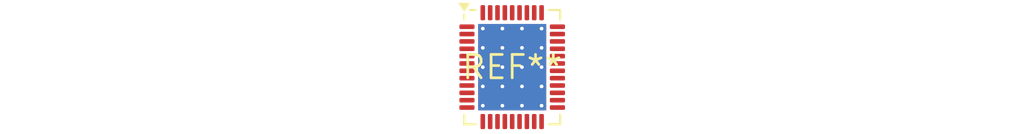
<source format=kicad_pcb>
(kicad_pcb (version 20240108) (generator pcbnew)
  (layers (0 "F.Cu" signal) (31 "B.Cu" signal) (34 "B.Paste" user) (35 "F.Paste" user) (36 "B.SilkS" user "B.Silkscreen") (37 "F.SilkS" user "F.Silkscreen") (38 "B.Mask" user) (39 "F.Mask" user) (44 "Edge.Cuts" user))
  (net 0 "")
  (footprint "QFN-42-1EP_5x6mm_P0.4mm_EP3.7x4.7mm_ThermalVias" (layer "F.Cu") (at 0 0)
    (property "Reference" "REF**")
    (property "Value" "QFN-42-1EP_5x6mm_P0.4mm_EP3.7x4.7mm_ThermalVias")
    (fp_line (start -2.61 -2.585) (end -2.61 -2.87) (layer "F.SilkS") (stroke (width 0.12)))
    (fp_line (start -2.61 3.11) (end -2.61 2.585) (layer "F.SilkS") (stroke (width 0.12)))
    (fp_line (start -1.985 -3.11) (end -2.31 -3.11) (layer "F.SilkS") (stroke (width 0.12)))
    (fp_line (start -1.985 3.11) (end -2.61 3.11) (layer "F.SilkS") (stroke (width 0.12)))
    (fp_line (start 1.985 -3.11) (end 2.61 -3.11) (layer "F.SilkS") (stroke (width 0.12)))
    (fp_line (start 1.985 3.11) (end 2.61 3.11) (layer "F.SilkS") (stroke (width 0.12)))
    (fp_line (start 2.61 -3.11) (end 2.61 -2.585) (layer "F.SilkS") (stroke (width 0.12)))
    (fp_line (start 2.61 3.11) (end 2.61 2.585) (layer "F.SilkS") (stroke (width 0.12)))
    (fp_poly (pts (xy -2.61 -3.11) (xy -2.85 -3.44) (xy -2.37 -3.44) (xy -2.61 -3.11)) (layer "F.SilkS") (stroke (width 0.12)) (fill solid))
    (pad "1" smd roundrect (at -2.4625 -2.2) (size 0.825 0.25) (layers "F.Cu" "F.Paste" "F.Mask"))
    (pad "2" smd roundrect (at -2.4625 -1.8) (size 0.825 0.25) (layers "F.Cu" "F.Paste" "F.Mask"))
    (pad "3" smd roundrect (at -2.4625 -1.4) (size 0.825 0.25) (layers "F.Cu" "F.Paste" "F.Mask"))
    (pad "4" smd roundrect (at -2.4625 -1) (size 0.825 0.25) (layers "F.Cu" "F.Paste" "F.Mask"))
    (pad "5" smd roundrect (at -2.4625 -0.6) (size 0.825 0.25) (layers "F.Cu" "F.Paste" "F.Mask"))
    (pad "6" smd roundrect (at -2.4625 -0.2) (size 0.825 0.25) (layers "F.Cu" "F.Paste" "F.Mask"))
    (pad "7" smd roundrect (at -2.4625 0.2) (size 0.825 0.25) (layers "F.Cu" "F.Paste" "F.Mask"))
    (pad "8" smd roundrect (at -2.4625 0.6) (size 0.825 0.25) (layers "F.Cu" "F.Paste" "F.Mask"))
    (pad "9" smd roundrect (at -2.4625 1) (size 0.825 0.25) (layers "F.Cu" "F.Paste" "F.Mask"))
    (pad "10" smd roundrect (at -2.4625 1.4) (size 0.825 0.25) (layers "F.Cu" "F.Paste" "F.Mask"))
    (pad "11" smd roundrect (at -2.4625 1.8) (size 0.825 0.25) (layers "F.Cu" "F.Paste" "F.Mask"))
    (pad "12" smd roundrect (at -2.4625 2.2) (size 0.825 0.25) (layers "F.Cu" "F.Paste" "F.Mask"))
    (pad "13" smd roundrect (at -1.6 2.9625) (size 0.25 0.825) (layers "F.Cu" "F.Paste" "F.Mask"))
    (pad "14" smd roundrect (at -1.2 2.9625) (size 0.25 0.825) (layers "F.Cu" "F.Paste" "F.Mask"))
    (pad "15" smd roundrect (at -0.8 2.9625) (size 0.25 0.825) (layers "F.Cu" "F.Paste" "F.Mask"))
    (pad "16" smd roundrect (at -0.4 2.9625) (size 0.25 0.825) (layers "F.Cu" "F.Paste" "F.Mask"))
    (pad "17" smd roundrect (at 0 2.9625) (size 0.25 0.825) (layers "F.Cu" "F.Paste" "F.Mask"))
    (pad "18" smd roundrect (at 0.4 2.9625) (size 0.25 0.825) (layers "F.Cu" "F.Paste" "F.Mask"))
    (pad "19" smd roundrect (at 0.8 2.9625) (size 0.25 0.825) (layers "F.Cu" "F.Paste" "F.Mask"))
    (pad "20" smd roundrect (at 1.2 2.9625) (size 0.25 0.825) (layers "F.Cu" "F.Paste" "F.Mask"))
    (pad "21" smd roundrect (at 1.6 2.9625) (size 0.25 0.825) (layers "F.Cu" "F.Paste" "F.Mask"))
    (pad "22" smd roundrect (at 2.4625 2.2) (size 0.825 0.25) (layers "F.Cu" "F.Paste" "F.Mask"))
    (pad "23" smd roundrect (at 2.4625 1.8) (size 0.825 0.25) (layers "F.Cu" "F.Paste" "F.Mask"))
    (pad "24" smd roundrect (at 2.4625 1.4) (size 0.825 0.25) (layers "F.Cu" "F.Paste" "F.Mask"))
    (pad "25" smd roundrect (at 2.4625 1) (size 0.825 0.25) (layers "F.Cu" "F.Paste" "F.Mask"))
    (pad "26" smd roundrect (at 2.4625 0.6) (size 0.825 0.25) (layers "F.Cu" "F.Paste" "F.Mask"))
    (pad "27" smd roundrect (at 2.4625 0.2) (size 0.825 0.25) (layers "F.Cu" "F.Paste" "F.Mask"))
    (pad "28" smd roundrect (at 2.4625 -0.2) (size 0.825 0.25) (layers "F.Cu" "F.Paste" "F.Mask"))
    (pad "29" smd roundrect (at 2.4625 -0.6) (size 0.825 0.25) (layers "F.Cu" "F.Paste" "F.Mask"))
    (pad "30" smd roundrect (at 2.4625 -1) (size 0.825 0.25) (layers "F.Cu" "F.Paste" "F.Mask"))
    (pad "31" smd roundrect (at 2.4625 -1.4) (size 0.825 0.25) (layers "F.Cu" "F.Paste" "F.Mask"))
    (pad "32" smd roundrect (at 2.4625 -1.8) (size 0.825 0.25) (layers "F.Cu" "F.Paste" "F.Mask"))
    (pad "33" smd roundrect (at 2.4625 -2.2) (size 0.825 0.25) (layers "F.Cu" "F.Paste" "F.Mask"))
    (pad "34" smd roundrect (at 1.6 -2.9625) (size 0.25 0.825) (layers "F.Cu" "F.Paste" "F.Mask"))
    (pad "35" smd roundrect (at 1.2 -2.9625) (size 0.25 0.825) (layers "F.Cu" "F.Paste" "F.Mask"))
    (pad "36" smd roundrect (at 0.8 -2.9625) (size 0.25 0.825) (layers "F.Cu" "F.Paste" "F.Mask"))
    (pad "37" smd roundrect (at 0.4 -2.9625) (size 0.25 0.825) (layers "F.Cu" "F.Paste" "F.Mask"))
    (pad "38" smd roundrect (at 0 -2.9625) (size 0.25 0.825) (layers "F.Cu" "F.Paste" "F.Mask"))
    (pad "39" smd roundrect (at -0.4 -2.9625) (size 0.25 0.825) (layers "F.Cu" "F.Paste" "F.Mask"))
    (pad "40" smd roundrect (at -0.8 -2.9625) (size 0.25 0.825) (layers "F.Cu" "F.Paste" "F.Mask"))
    (pad "41" smd roundrect (at -1.2 -2.9625) (size 0.25 0.825) (layers "F.Cu" "F.Paste" "F.Mask"))
    (pad "42" smd roundrect (at -1.6 -2.9625) (size 0.25 0.825) (layers "F.Cu" "F.Paste" "F.Mask"))
    (pad "43" thru_hole circle (at -1.6 -2.1) (size 0.5 0.5) (drill 0.2) (property pad_prop_heatsink) (layers *.Cu) (remove_unused_layers))
    (pad "43" thru_hole circle (at -1.6 -1.05) (size 0.5 0.5) (drill 0.2) (property pad_prop_heatsink) (layers *.Cu) (remove_unused_layers))
    (pad "43" thru_hole circle (at -1.6 0) (size 0.5 0.5) (drill 0.2) (property pad_prop_heatsink) (layers *.Cu) (remove_unused_layers))
    (pad "43" thru_hole circle (at -1.6 1.05) (size 0.5 0.5) (drill 0.2) (property pad_prop_heatsink) (layers *.Cu) (remove_unused_layers))
    (pad "43" thru_hole circle (at -1.6 2.1) (size 0.5 0.5) (drill 0.2) (property pad_prop_heatsink) (layers *.Cu) (remove_unused_layers))
    (pad "43" thru_hole circle (at -0.533333 -2.1) (size 0.5 0.5) (drill 0.2) (property pad_prop_heatsink) (layers *.Cu) (remove_unused_layers))
    (pad "43" thru_hole circle (at -0.533333 -1.05) (size 0.5 0.5) (drill 0.2) (property pad_prop_heatsink) (layers *.Cu) (remove_unused_layers))
    (pad "43" thru_hole circle (at -0.533333 0) (size 0.5 0.5) (drill 0.2) (property pad_prop_heatsink) (layers *.Cu) (remove_unused_layers))
    (pad "43" thru_hole circle (at -0.533333 1.05) (size 0.5 0.5) (drill 0.2) (property pad_prop_heatsink) (layers *.Cu) (remove_unused_layers))
    (pad "43" thru_hole circle (at -0.533333 2.1) (size 0.5 0.5) (drill 0.2) (property pad_prop_heatsink) (layers *.Cu) (remove_unused_layers))
    (pad "43" smd rect (at 0 0) (size 3.7 4.7) (property pad_prop_heatsink) (layers "F.Cu" "F.Mask"))
    (pad "43" smd rect (at 0 0) (size 3.7 4.7) (property pad_prop_heatsink) (layers "B.Cu"))
    (pad "43" thru_hole circle (at 0.533333 -2.1) (size 0.5 0.5) (drill 0.2) (property pad_prop_heatsink) (layers *.Cu) (remove_unused_layers))
    (pad "43" thru_hole circle (at 0.533333 -1.05) (size 0.5 0.5) (drill 0.2) (property pad_prop_heatsink) (layers *.Cu) (remove_unused_layers))
    (pad "43" thru_hole circle (at 0.533333 0) (size 0.5 0.5) (drill 0.2) (property pad_prop_heatsink) (layers *.Cu) (remove_unused_layers))
    (pad "43" thru_hole circle (at 0.533333 1.05) (size 0.5 0.5) (drill 0.2) (property pad_prop_heatsink) (layers *.Cu) (remove_unused_layers))
    (pad "43" thru_hole circle (at 0.533333 2.1) (size 0.5 0.5) (drill 0.2) (property pad_prop_heatsink) (layers *.Cu) (remove_unused_layers))
    (pad "43" thru_hole circle (at 1.6 -2.1) (size 0.5 0.5) (drill 0.2) (property pad_prop_heatsink) (layers *.Cu) (remove_unused_layers))
    (pad "43" thru_hole circle (at 1.6 -1.05) (size 0.5 0.5) (drill 0.2) (property pad_prop_heatsink) (layers *.Cu) (remove_unused_layers))
    (pad "43" thru_hole circle (at 1.6 0) (size 0.5 0.5) (drill 0.2) (property pad_prop_heatsink) (layers *.Cu) (remove_unused_layers))
    (pad "43" thru_hole circle (at 1.6 1.05) (size 0.5 0.5) (drill 0.2) (property pad_prop_heatsink) (layers *.Cu) (remove_unused_layers))
    (pad "43" thru_hole circle (at 1.6 2.1) (size 0.5 0.5) (drill 0.2) (property pad_prop_heatsink) (layers *.Cu) (remove_unused_layers))
  )
)
</source>
